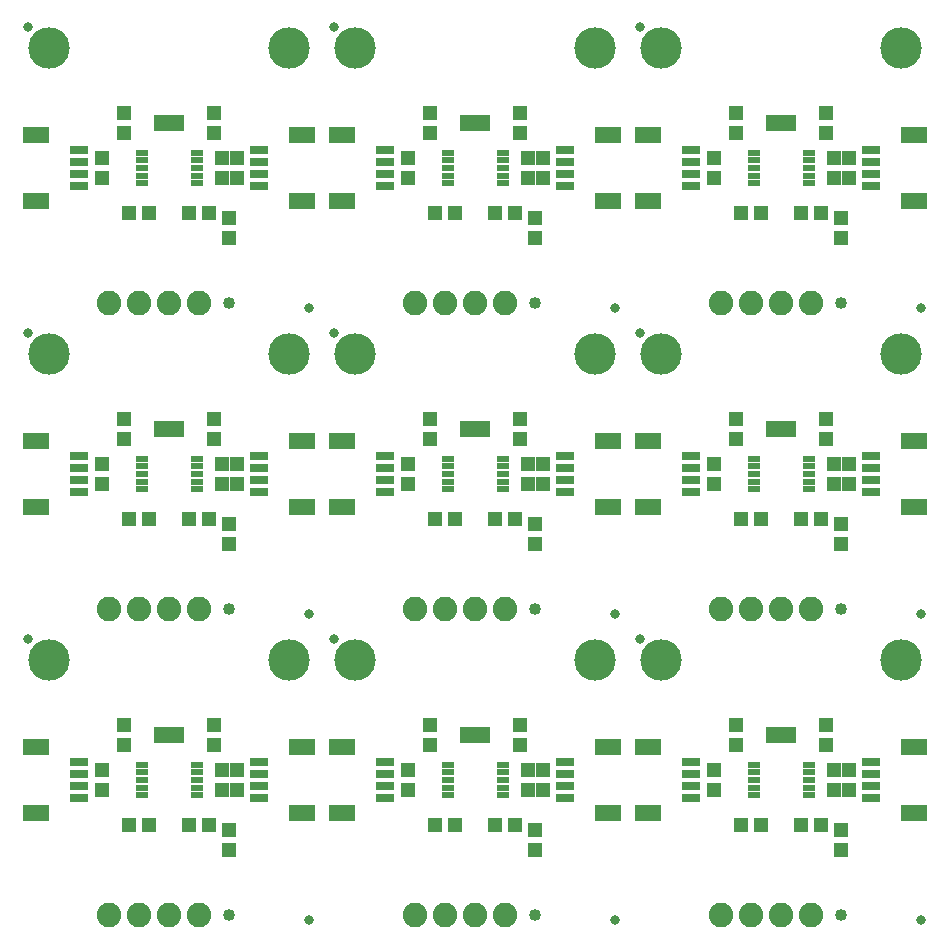
<source format=gts>
G75*
%MOIN*%
%OFA0B0*%
%FSLAX25Y25*%
%IPPOS*%
%LPD*%
%AMOC8*
5,1,8,0,0,1.08239X$1,22.5*
%
%ADD10C,0.13800*%
%ADD11C,0.03300*%
%ADD12R,0.04737X0.05131*%
%ADD13R,0.03300X0.05800*%
%ADD14R,0.08674X0.05524*%
%ADD15R,0.06115X0.03162*%
%ADD16C,0.08200*%
%ADD17R,0.05131X0.04737*%
%ADD18C,0.04000*%
%ADD19R,0.04343X0.02296*%
D10*
X0041500Y0143333D03*
X0121500Y0143333D03*
X0143500Y0143333D03*
X0223500Y0143333D03*
X0245500Y0143333D03*
X0325500Y0143333D03*
X0325500Y0245333D03*
X0245500Y0245333D03*
X0223500Y0245333D03*
X0143500Y0245333D03*
X0121500Y0245333D03*
X0041500Y0245333D03*
X0041500Y0347333D03*
X0121500Y0347333D03*
X0143500Y0347333D03*
X0223500Y0347333D03*
X0245500Y0347333D03*
X0325500Y0347333D03*
D11*
X0238500Y0354333D03*
X0136500Y0354333D03*
X0034500Y0354333D03*
X0128000Y0260833D03*
X0136500Y0252333D03*
X0230000Y0260833D03*
X0238500Y0252333D03*
X0332000Y0260833D03*
X0332000Y0158833D03*
X0238500Y0150333D03*
X0230000Y0158833D03*
X0136500Y0150333D03*
X0128000Y0158833D03*
X0034500Y0150333D03*
X0128000Y0056833D03*
X0230000Y0056833D03*
X0332000Y0056833D03*
X0034500Y0252333D03*
D12*
X0066500Y0223680D03*
X0066500Y0216987D03*
X0059000Y0208680D03*
X0059000Y0201987D03*
X0099000Y0201987D03*
X0104000Y0201987D03*
X0104000Y0208680D03*
X0099000Y0208680D03*
X0096500Y0216987D03*
X0096500Y0223680D03*
X0101500Y0188680D03*
X0101500Y0181987D03*
X0161000Y0201987D03*
X0161000Y0208680D03*
X0168500Y0216987D03*
X0168500Y0223680D03*
X0198500Y0223680D03*
X0198500Y0216987D03*
X0201000Y0208680D03*
X0206000Y0208680D03*
X0206000Y0201987D03*
X0201000Y0201987D03*
X0203500Y0188680D03*
X0203500Y0181987D03*
X0263000Y0201987D03*
X0263000Y0208680D03*
X0270500Y0216987D03*
X0270500Y0223680D03*
X0300500Y0223680D03*
X0300500Y0216987D03*
X0303000Y0208680D03*
X0308000Y0208680D03*
X0308000Y0201987D03*
X0303000Y0201987D03*
X0305500Y0188680D03*
X0305500Y0181987D03*
X0300500Y0121680D03*
X0300500Y0114987D03*
X0303000Y0106680D03*
X0308000Y0106680D03*
X0308000Y0099987D03*
X0303000Y0099987D03*
X0305500Y0086680D03*
X0305500Y0079987D03*
X0263000Y0099987D03*
X0263000Y0106680D03*
X0270500Y0114987D03*
X0270500Y0121680D03*
X0206000Y0106680D03*
X0201000Y0106680D03*
X0201000Y0099987D03*
X0206000Y0099987D03*
X0203500Y0086680D03*
X0203500Y0079987D03*
X0198500Y0114987D03*
X0198500Y0121680D03*
X0168500Y0121680D03*
X0168500Y0114987D03*
X0161000Y0106680D03*
X0161000Y0099987D03*
X0104000Y0099987D03*
X0099000Y0099987D03*
X0099000Y0106680D03*
X0104000Y0106680D03*
X0096500Y0114987D03*
X0096500Y0121680D03*
X0066500Y0121680D03*
X0066500Y0114987D03*
X0059000Y0106680D03*
X0059000Y0099987D03*
X0101500Y0086680D03*
X0101500Y0079987D03*
X0101500Y0283987D03*
X0101500Y0290680D03*
X0099000Y0303987D03*
X0104000Y0303987D03*
X0104000Y0310680D03*
X0099000Y0310680D03*
X0096500Y0318987D03*
X0096500Y0325680D03*
X0066500Y0325680D03*
X0066500Y0318987D03*
X0059000Y0310680D03*
X0059000Y0303987D03*
X0161000Y0303987D03*
X0161000Y0310680D03*
X0168500Y0318987D03*
X0168500Y0325680D03*
X0198500Y0325680D03*
X0198500Y0318987D03*
X0201000Y0310680D03*
X0206000Y0310680D03*
X0206000Y0303987D03*
X0201000Y0303987D03*
X0203500Y0290680D03*
X0203500Y0283987D03*
X0263000Y0303987D03*
X0263000Y0310680D03*
X0270500Y0318987D03*
X0270500Y0325680D03*
X0300500Y0325680D03*
X0300500Y0318987D03*
X0303000Y0310680D03*
X0308000Y0310680D03*
X0308000Y0303987D03*
X0303000Y0303987D03*
X0305500Y0290680D03*
X0305500Y0283987D03*
D13*
X0288700Y0322333D03*
X0285500Y0322333D03*
X0282300Y0322333D03*
X0186700Y0322333D03*
X0183500Y0322333D03*
X0180300Y0322333D03*
X0084700Y0322333D03*
X0081500Y0322333D03*
X0078300Y0322333D03*
X0078300Y0220333D03*
X0081500Y0220333D03*
X0084700Y0220333D03*
X0180300Y0220333D03*
X0183500Y0220333D03*
X0186700Y0220333D03*
X0282300Y0220333D03*
X0285500Y0220333D03*
X0288700Y0220333D03*
X0288700Y0118333D03*
X0285500Y0118333D03*
X0282300Y0118333D03*
X0186700Y0118333D03*
X0183500Y0118333D03*
X0180300Y0118333D03*
X0084700Y0118333D03*
X0081500Y0118333D03*
X0078300Y0118333D03*
D14*
X0037031Y0114357D03*
X0037031Y0092310D03*
X0125969Y0092310D03*
X0139031Y0092310D03*
X0139031Y0114357D03*
X0125969Y0114357D03*
X0125969Y0194310D03*
X0139031Y0194310D03*
X0139031Y0216357D03*
X0125969Y0216357D03*
X0037031Y0216357D03*
X0037031Y0194310D03*
X0037031Y0296310D03*
X0037031Y0318357D03*
X0125969Y0318357D03*
X0139031Y0318357D03*
X0139031Y0296310D03*
X0125969Y0296310D03*
X0227969Y0296310D03*
X0241031Y0296310D03*
X0241031Y0318357D03*
X0227969Y0318357D03*
X0329969Y0318357D03*
X0329969Y0296310D03*
X0329969Y0216357D03*
X0329969Y0194310D03*
X0241031Y0194310D03*
X0227969Y0194310D03*
X0227969Y0216357D03*
X0241031Y0216357D03*
X0241031Y0114357D03*
X0227969Y0114357D03*
X0227969Y0092310D03*
X0241031Y0092310D03*
X0329969Y0092310D03*
X0329969Y0114357D03*
D15*
X0315500Y0109239D03*
X0315500Y0105302D03*
X0315500Y0101365D03*
X0315500Y0097428D03*
X0255500Y0097428D03*
X0255500Y0101365D03*
X0255500Y0105302D03*
X0255500Y0109239D03*
X0213500Y0109239D03*
X0213500Y0105302D03*
X0213500Y0101365D03*
X0213500Y0097428D03*
X0153500Y0097428D03*
X0153500Y0101365D03*
X0153500Y0105302D03*
X0153500Y0109239D03*
X0111500Y0109239D03*
X0111500Y0105302D03*
X0111500Y0101365D03*
X0111500Y0097428D03*
X0051500Y0097428D03*
X0051500Y0101365D03*
X0051500Y0105302D03*
X0051500Y0109239D03*
X0051500Y0199428D03*
X0051500Y0203365D03*
X0051500Y0207302D03*
X0051500Y0211239D03*
X0111500Y0211239D03*
X0111500Y0207302D03*
X0111500Y0203365D03*
X0111500Y0199428D03*
X0153500Y0199428D03*
X0153500Y0203365D03*
X0153500Y0207302D03*
X0153500Y0211239D03*
X0213500Y0211239D03*
X0213500Y0207302D03*
X0213500Y0203365D03*
X0213500Y0199428D03*
X0255500Y0199428D03*
X0255500Y0203365D03*
X0255500Y0207302D03*
X0255500Y0211239D03*
X0315500Y0211239D03*
X0315500Y0207302D03*
X0315500Y0203365D03*
X0315500Y0199428D03*
X0315500Y0301428D03*
X0315500Y0305365D03*
X0315500Y0309302D03*
X0315500Y0313239D03*
X0255500Y0313239D03*
X0255500Y0309302D03*
X0255500Y0305365D03*
X0255500Y0301428D03*
X0213500Y0301428D03*
X0213500Y0305365D03*
X0213500Y0309302D03*
X0213500Y0313239D03*
X0153500Y0313239D03*
X0153500Y0309302D03*
X0153500Y0305365D03*
X0153500Y0301428D03*
X0111500Y0301428D03*
X0111500Y0305365D03*
X0111500Y0309302D03*
X0111500Y0313239D03*
X0051500Y0313239D03*
X0051500Y0309302D03*
X0051500Y0305365D03*
X0051500Y0301428D03*
D16*
X0061500Y0058333D03*
X0071500Y0058333D03*
X0081500Y0058333D03*
X0091500Y0058333D03*
X0163500Y0058333D03*
X0173500Y0058333D03*
X0183500Y0058333D03*
X0193500Y0058333D03*
X0265500Y0058333D03*
X0275500Y0058333D03*
X0285500Y0058333D03*
X0295500Y0058333D03*
X0295500Y0160333D03*
X0285500Y0160333D03*
X0275500Y0160333D03*
X0265500Y0160333D03*
X0193500Y0160333D03*
X0183500Y0160333D03*
X0173500Y0160333D03*
X0163500Y0160333D03*
X0091500Y0160333D03*
X0081500Y0160333D03*
X0071500Y0160333D03*
X0061500Y0160333D03*
X0061500Y0262333D03*
X0071500Y0262333D03*
X0081500Y0262333D03*
X0091500Y0262333D03*
X0163500Y0262333D03*
X0173500Y0262333D03*
X0183500Y0262333D03*
X0193500Y0262333D03*
X0265500Y0262333D03*
X0275500Y0262333D03*
X0285500Y0262333D03*
X0295500Y0262333D03*
D17*
X0292154Y0292333D03*
X0298846Y0292333D03*
X0278846Y0292333D03*
X0272154Y0292333D03*
X0196846Y0292333D03*
X0190154Y0292333D03*
X0176846Y0292333D03*
X0170154Y0292333D03*
X0094846Y0292333D03*
X0088154Y0292333D03*
X0074846Y0292333D03*
X0068154Y0292333D03*
X0068154Y0190333D03*
X0074846Y0190333D03*
X0088154Y0190333D03*
X0094846Y0190333D03*
X0170154Y0190333D03*
X0176846Y0190333D03*
X0190154Y0190333D03*
X0196846Y0190333D03*
X0272154Y0190333D03*
X0278846Y0190333D03*
X0292154Y0190333D03*
X0298846Y0190333D03*
X0298846Y0088333D03*
X0292154Y0088333D03*
X0278846Y0088333D03*
X0272154Y0088333D03*
X0196846Y0088333D03*
X0190154Y0088333D03*
X0176846Y0088333D03*
X0170154Y0088333D03*
X0094846Y0088333D03*
X0088154Y0088333D03*
X0074846Y0088333D03*
X0068154Y0088333D03*
D18*
X0101500Y0058333D03*
X0203500Y0058333D03*
X0305500Y0058333D03*
X0305500Y0160333D03*
X0203500Y0160333D03*
X0101500Y0160333D03*
X0101500Y0262333D03*
X0203500Y0262333D03*
X0305500Y0262333D03*
D19*
X0294654Y0302215D03*
X0294654Y0304774D03*
X0294654Y0307333D03*
X0294654Y0309892D03*
X0294654Y0312451D03*
X0276346Y0312451D03*
X0276346Y0309892D03*
X0276346Y0307333D03*
X0276346Y0304774D03*
X0276346Y0302215D03*
X0192654Y0302215D03*
X0192654Y0304774D03*
X0192654Y0307333D03*
X0192654Y0309892D03*
X0192654Y0312451D03*
X0174346Y0312451D03*
X0174346Y0309892D03*
X0174346Y0307333D03*
X0174346Y0304774D03*
X0174346Y0302215D03*
X0090654Y0302215D03*
X0090654Y0304774D03*
X0090654Y0307333D03*
X0090654Y0309892D03*
X0090654Y0312451D03*
X0072346Y0312451D03*
X0072346Y0309892D03*
X0072346Y0307333D03*
X0072346Y0304774D03*
X0072346Y0302215D03*
X0072346Y0210451D03*
X0072346Y0207892D03*
X0072346Y0205333D03*
X0072346Y0202774D03*
X0072346Y0200215D03*
X0090654Y0200215D03*
X0090654Y0202774D03*
X0090654Y0205333D03*
X0090654Y0207892D03*
X0090654Y0210451D03*
X0174346Y0210451D03*
X0174346Y0207892D03*
X0174346Y0205333D03*
X0174346Y0202774D03*
X0174346Y0200215D03*
X0192654Y0200215D03*
X0192654Y0202774D03*
X0192654Y0205333D03*
X0192654Y0207892D03*
X0192654Y0210451D03*
X0276346Y0210451D03*
X0276346Y0207892D03*
X0276346Y0205333D03*
X0276346Y0202774D03*
X0276346Y0200215D03*
X0294654Y0200215D03*
X0294654Y0202774D03*
X0294654Y0205333D03*
X0294654Y0207892D03*
X0294654Y0210451D03*
X0294654Y0108451D03*
X0294654Y0105892D03*
X0294654Y0103333D03*
X0294654Y0100774D03*
X0294654Y0098215D03*
X0276346Y0098215D03*
X0276346Y0100774D03*
X0276346Y0103333D03*
X0276346Y0105892D03*
X0276346Y0108451D03*
X0192654Y0108451D03*
X0192654Y0105892D03*
X0192654Y0103333D03*
X0192654Y0100774D03*
X0192654Y0098215D03*
X0174346Y0098215D03*
X0174346Y0100774D03*
X0174346Y0103333D03*
X0174346Y0105892D03*
X0174346Y0108451D03*
X0090654Y0108451D03*
X0090654Y0105892D03*
X0090654Y0103333D03*
X0090654Y0100774D03*
X0090654Y0098215D03*
X0072346Y0098215D03*
X0072346Y0100774D03*
X0072346Y0103333D03*
X0072346Y0105892D03*
X0072346Y0108451D03*
M02*

</source>
